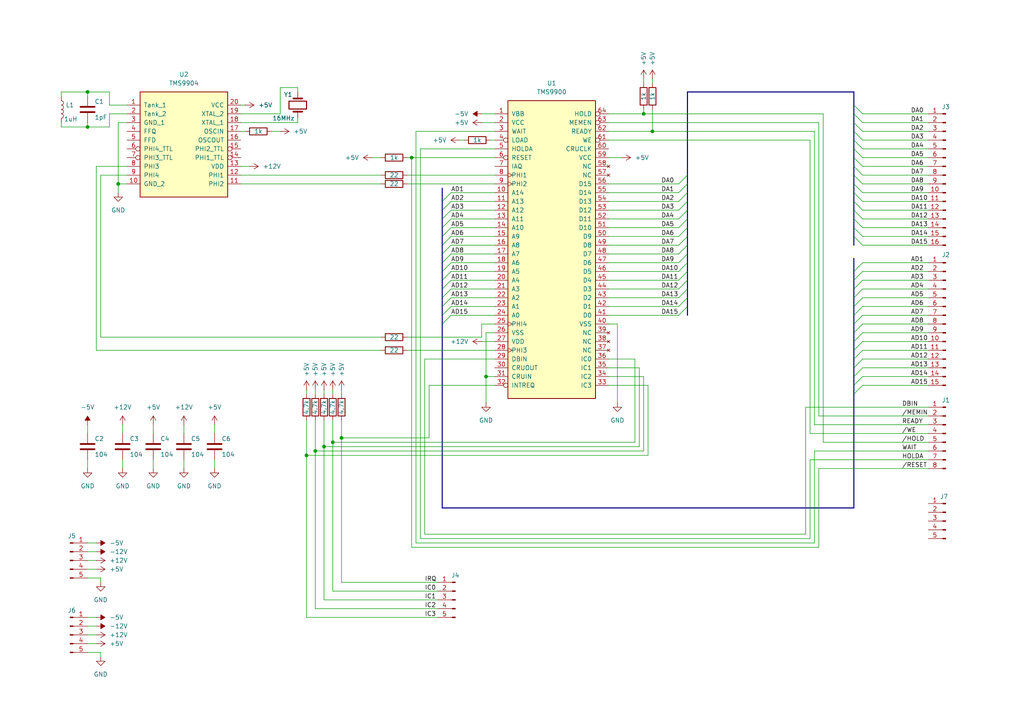
<source format=kicad_sch>
(kicad_sch (version 20250114) (generator "eeschema") (generator_version "9.0")
  (paper "A4")
  (lib_symbols
    (symbol "Connector:Conn_01x05_Pin" (pin_names (offset 1.016) (hide yes))
      (property "Reference" "J" (at 0 7.62 0))
      (property "Value" "Conn_01x05_Pin" (at 0 -7.62 0))
      (symbol "Conn_01x05_Pin_1_1"
        (pin passive line (at 5.08 5.08 180) (length 3.81) (name "Pin_1") (number "1"))
        (pin passive line (at 5.08 2.54 180) (length 3.81) (name "Pin_2") (number "2"))
        (pin passive line (at 5.08 0 180) (length 3.81) (name "Pin_3") (number "3"))
        (pin passive line (at 5.08 -2.54 180) (length 3.81) (name "Pin_4") (number "4"))
        (pin passive line (at 5.08 -5.08 180) (length 3.81) (name "Pin_5") (number "5"))
      )
    )
    (symbol "Connector:Conn_01x08_Pin" (pin_names (offset 1.016) (hide yes))
      (property "Reference" "J" (at 0 10.16 0))
      (property "Value" "Conn_01x08_Pin" (at 0 -12.7 0))
      (symbol "Conn_01x08_Pin_1_1"
        (pin passive line (at 5.08 7.62 180) (length 3.81) (name "Pin_1") (number "1"))
        (pin passive line (at 5.08 5.08 180) (length 3.81) (name "Pin_2") (number "2"))
        (pin passive line (at 5.08 2.54 180) (length 3.81) (name "Pin_3") (number "3"))
        (pin passive line (at 5.08 0 180) (length 3.81) (name "Pin_4") (number "4"))
        (pin passive line (at 5.08 -2.54 180) (length 3.81) (name "Pin_5") (number "5"))
        (pin passive line (at 5.08 -5.08 180) (length 3.81) (name "Pin_6") (number "6"))
        (pin passive line (at 5.08 -7.62 180) (length 3.81) (name "Pin_7") (number "7"))
        (pin passive line (at 5.08 -10.16 180) (length 3.81) (name "Pin_8") (number "8"))
      )
    )
    (symbol "Connector:Conn_01x15_Pin" (pin_names (offset 1.016) (hide yes))
      (property "Reference" "J" (at 0 20.32 0))
      (property "Value" "Conn_01x15_Pin" (at 0 -20.32 0))
      (symbol "Conn_01x15_Pin_1_1"
        (pin passive line (at 5.08 17.78 180) (length 3.81) (name "Pin_1") (number "1"))
        (pin passive line (at 5.08 15.24 180) (length 3.81) (name "Pin_2") (number "2"))
        (pin passive line (at 5.08 12.7 180) (length 3.81) (name "Pin_3") (number "3"))
        (pin passive line (at 5.08 10.16 180) (length 3.81) (name "Pin_4") (number "4"))
        (pin passive line (at 5.08 7.62 180) (length 3.81) (name "Pin_5") (number "5"))
        (pin passive line (at 5.08 5.08 180) (length 3.81) (name "Pin_6") (number "6"))
        (pin passive line (at 5.08 2.54 180) (length 3.81) (name "Pin_7") (number "7"))
        (pin passive line (at 5.08 0 180) (length 3.81) (name "Pin_8") (number "8"))
        (pin passive line (at 5.08 -2.54 180) (length 3.81) (name "Pin_9") (number "9"))
        (pin passive line (at 5.08 -5.08 180) (length 3.81) (name "Pin_10") (number "10"))
        (pin passive line (at 5.08 -7.62 180) (length 3.81) (name "Pin_11") (number "11"))
        (pin passive line (at 5.08 -10.16 180) (length 3.81) (name "Pin_12") (number "12"))
        (pin passive line (at 5.08 -12.7 180) (length 3.81) (name "Pin_13") (number "13"))
        (pin passive line (at 5.08 -15.24 180) (length 3.81) (name "Pin_14") (number "14"))
        (pin passive line (at 5.08 -17.78 180) (length 3.81) (name "Pin_15") (number "15"))
      )
    )
    (symbol "Connector:Conn_01x16_Pin" (pin_names (offset 1.016) (hide yes))
      (property "Reference" "J" (at 0 20.32 0))
      (property "Value" "Conn_01x16_Pin" (at 0 -22.86 0))
      (symbol "Conn_01x16_Pin_1_1"
        (pin passive line (at 5.08 17.78 180) (length 3.81) (name "Pin_1") (number "1"))
        (pin passive line (at 5.08 15.24 180) (length 3.81) (name "Pin_2") (number "2"))
        (pin passive line (at 5.08 12.7 180) (length 3.81) (name "Pin_3") (number "3"))
        (pin passive line (at 5.08 10.16 180) (length 3.81) (name "Pin_4") (number "4"))
        (pin passive line (at 5.08 7.62 180) (length 3.81) (name "Pin_5") (number "5"))
        (pin passive line (at 5.08 5.08 180) (length 3.81) (name "Pin_6") (number "6"))
        (pin passive line (at 5.08 2.54 180) (length 3.81) (name "Pin_7") (number "7"))
        (pin passive line (at 5.08 0 180) (length 3.81) (name "Pin_8") (number "8"))
        (pin passive line (at 5.08 -2.54 180) (length 3.81) (name "Pin_9") (number "9"))
        (pin passive line (at 5.08 -5.08 180) (length 3.81) (name "Pin_10") (number "10"))
        (pin passive line (at 5.08 -7.62 180) (length 3.81) (name "Pin_11") (number "11"))
        (pin passive line (at 5.08 -10.16 180) (length 3.81) (name "Pin_12") (number "12"))
        (pin passive line (at 5.08 -12.7 180) (length 3.81) (name "Pin_13") (number "13"))
        (pin passive line (at 5.08 -15.24 180) (length 3.81) (name "Pin_14") (number "14"))
        (pin passive line (at 5.08 -17.78 180) (length 3.81) (name "Pin_15") (number "15"))
        (pin passive line (at 5.08 -20.32 180) (length 3.81) (name "Pin_16") (number "16"))
      )
    )
    (symbol "Device:C" (pin_numbers (hide yes)) (pin_names (offset 0.254))
      (property "Reference" "C" (at 0.635 2.54 0))
      (property "Value" "C" (at 0.635 -2.54 0))
      (symbol "C_1_1"
        (pin passive line (at 0 3.81 270) (length 2.794) (name "~") (number "1"))
        (pin passive line (at 0 -3.81 90) (length 2.794) (name "~") (number "2"))
      )
    )
    (symbol "Device:Crystal" (pin_numbers (hide yes)) (pin_names (offset 1.016) (hide yes))
      (property "Reference" "Y" (at 0 3.81 0))
      (property "Value" "Crystal" (at 0 -3.81 0))
      (symbol "Crystal_1_1"
        (pin passive line (at -3.81 0 0) (length 1.27) (name "1") (number "1"))
        (pin passive line (at 3.81 0 180) (length 1.27) (name "2") (number "2"))
      )
    )
    (symbol "Device:L" (pin_numbers (hide yes)) (pin_names (offset 1.016) (hide yes))
      (property "Reference" "L" (at -1.27 0 90))
      (property "Value" "L" (at 1.905 0 90))
      (symbol "L_1_1"
        (pin passive line (at 0 3.81 270) (length 1.27) (name "1") (number "1"))
        (pin passive line (at 0 -3.81 90) (length 1.27) (name "2") (number "2"))
      )
    )
    (symbol "Device:R" (pin_numbers (hide yes)) (pin_names (offset 0))
      (property "Reference" "R" (at 2.032 0 90))
      (property "Value" "R" (at 0 0 90))
      (symbol "R_1_1"
        (pin passive line (at 0 3.81 270) (length 1.27) (name "~") (number "1"))
        (pin passive line (at 0 -3.81 90) (length 1.27) (name "~") (number "2"))
      )
    )
    (symbol "User:TMS9900" (pin_names (offset 1.016))
      (property "Reference" "U" (at -12.192 66.294 0))
      (property "Value" "TMS9900" (at 4.064 66.294 0))
      (symbol "TMS9900_1_1"
        (pin power_in line (at -16.51 60.96 0) (length 3.81) (name "VBB") (number "1"))
        (pin power_in line (at -16.51 58.42 0) (length 3.81) (name "VCC") (number "2"))
        (pin output line (at -16.51 55.88 0) (length 3.81) (name "WAIT") (number "3"))
        (pin input inverted (at -16.51 53.34 0) (length 3.81) (name "LOAD") (number "4"))
        (pin output line (at -16.51 50.8 0) (length 3.81) (name "HOLDA") (number "5"))
        (pin input inverted (at -16.51 48.26 0) (length 3.81) (name "RESET") (number "6"))
        (pin output line (at -16.51 45.72 0) (length 3.81) (name "IAQ") (number "7"))
        (pin input clock (at -16.51 43.18 0) (length 3.81) (name "PHI1") (number "8"))
        (pin input clock (at -16.51 40.64 0) (length 3.81) (name "PHI2") (number "9"))
        (pin bidirectional line (at -16.51 38.1 0) (length 3.81) (name "A14") (number "10"))
        (pin bidirectional line (at -16.51 35.56 0) (length 3.81) (name "A13") (number "11"))
        (pin bidirectional line (at -16.51 33.02 0) (length 3.81) (name "A12") (number "12"))
        (pin bidirectional line (at -16.51 30.48 0) (length 3.81) (name "A11") (number "13"))
        (pin bidirectional line (at -16.51 27.94 0) (length 3.81) (name "A10") (number "14"))
        (pin bidirectional line (at -16.51 25.4 0) (length 3.81) (name "A9") (number "15"))
        (pin bidirectional line (at -16.51 22.86 0) (length 3.81) (name "A8") (number "16"))
        (pin bidirectional line (at -16.51 20.32 0) (length 3.81) (name "A7") (number "17"))
        (pin bidirectional line (at -16.51 17.78 0) (length 3.81) (name "A6") (number "18"))
        (pin bidirectional line (at -16.51 15.24 0) (length 3.81) (name "A5") (number "19"))
        (pin bidirectional line (at -16.51 12.7 0) (length 3.81) (name "A4") (number "20"))
        (pin bidirectional line (at -16.51 10.16 0) (length 3.81) (name "A3") (number "21"))
        (pin bidirectional line (at -16.51 7.62 0) (length 3.81) (name "A2") (number "22"))
        (pin bidirectional line (at -16.51 5.08 0) (length 3.81) (name "A1") (number "23"))
        (pin bidirectional line (at -16.51 2.54 0) (length 3.81) (name "A0") (number "24"))
        (pin input clock (at -16.51 0 0) (length 3.81) (name "PHI4") (number "25"))
        (pin power_in line (at -16.51 -2.54 0) (length 3.81) (name "VSS") (number "26"))
        (pin power_in line (at -16.51 -5.08 0) (length 3.81) (name "VDD") (number "27"))
        (pin input clock (at -16.51 -7.62 0) (length 3.81) (name "PHI3") (number "28"))
        (pin output line (at -16.51 -10.16 0) (length 3.81) (name "DBIN") (number "29"))
        (pin output line (at -16.51 -12.7 0) (length 3.81) (name "CRUOUT") (number "30"))
        (pin input line (at -16.51 -15.24 0) (length 3.81) (name "CRUIN") (number "31"))
        (pin input inverted (at -16.51 -17.78 0) (length 3.81) (name "INTREQ") (number "32"))
        (pin input inverted (at 16.51 60.96 180) (length 3.81) (name "HOLD") (number "64"))
        (pin output inverted (at 16.51 58.42 180) (length 3.81) (name "MEMEN") (number "63"))
        (pin input line (at 16.51 55.88 180) (length 3.81) (name "READY") (number "62"))
        (pin output inverted (at 16.51 53.34 180) (length 3.81) (name "WE") (number "61"))
        (pin output line (at 16.51 50.8 180) (length 3.81) (name "CRUCLK") (number "60"))
        (pin power_in line (at 16.51 48.26 180) (length 3.81) (name "VCC") (number "59"))
        (pin no_connect line (at 16.51 45.72 180) (length 3.81) (name "NC") (number "58"))
        (pin no_connect line (at 16.51 43.18 180) (length 3.81) (name "NC") (number "57"))
        (pin passive line (at 16.51 40.64 180) (length 3.81) (name "D15") (number "56"))
        (pin bidirectional line (at 16.51 38.1 180) (length 3.81) (name "D14") (number "55"))
        (pin power_in line (at 16.51 35.56 180) (length 3.81) (name "D13") (number "54"))
        (pin power_in line (at 16.51 33.02 180) (length 3.81) (name "D12") (number "53"))
        (pin bidirectional line (at 16.51 30.48 180) (length 3.81) (name "D11") (number "52"))
        (pin bidirectional line (at 16.51 27.94 180) (length 3.81) (name "D10") (number "51"))
        (pin bidirectional line (at 16.51 25.4 180) (length 3.81) (name "D9") (number "50"))
        (pin bidirectional line (at 16.51 22.86 180) (length 3.81) (name "D8") (number "49"))
        (pin bidirectional line (at 16.51 20.32 180) (length 3.81) (name "D7") (number "48"))
        (pin power_in line (at 16.51 17.78 180) (length 3.81) (name "D6") (number "47"))
        (pin power_in line (at 16.51 15.24 180) (length 3.81) (name "D5") (number "46"))
        (pin bidirectional line (at 16.51 12.7 180) (length 3.81) (name "D4") (number "45"))
        (pin bidirectional line (at 16.51 10.16 180) (length 3.81) (name "D3") (number "44"))
        (pin bidirectional line (at 16.51 7.62 180) (length 3.81) (name "D2") (number "43"))
        (pin bidirectional line (at 16.51 5.08 180) (length 3.81) (name "D1") (number "42"))
        (pin bidirectional line (at 16.51 2.54 180) (length 3.81) (name "D0") (number "41"))
        (pin power_in line (at 16.51 0 180) (length 3.81) (name "VSS") (number "40"))
        (pin no_connect line (at 16.51 -2.54 180) (length 3.81) (name "NC") (number "39"))
        (pin no_connect line (at 16.51 -5.08 180) (length 3.81) (name "NC") (number "38"))
        (pin no_connect line (at 16.51 -7.62 180) (length 3.81) (name "NC") (number "37"))
        (pin input line (at 16.51 -10.16 180) (length 3.81) (name "IC0") (number "36"))
        (pin input line (at 16.51 -12.7 180) (length 3.81) (name "IC1") (number "35"))
        (pin input line (at 16.51 -15.24 180) (length 3.81) (name "IC2") (number "34"))
        (pin input line (at 16.51 -17.78 180) (length 3.81) (name "IC3") (number "33"))
      )
    )
    (symbol "User:TMS9904" (pin_names (offset 1.016))
      (property "Reference" "U" (at -12.192 66.294 0))
      (property "Value" "TMS9904" (at 4.064 66.294 0))
      (symbol "TMS9904_1_1"
        (pin input line (at -16.51 60.96 0) (length 3.81) (name "Tank_1") (number "1"))
        (pin input line (at -16.51 58.42 0) (length 3.81) (name "Tank_2") (number "2"))
        (pin power_in line (at -16.51 55.88 0) (length 3.81) (name "GND_1") (number "3"))
        (pin output line (at -16.51 53.34 0) (length 3.81) (name "FFQ") (number "4"))
        (pin input line (at -16.51 50.8 0) (length 3.81) (name "FFD") (number "5"))
        (pin output inverted (at -16.51 48.26 0) (length 3.81) (name "PHI4_TTL") (number "6"))
        (pin output inverted (at -16.51 45.72 0) (length 3.81) (name "PHI3_TTL") (number "7"))
        (pin output line (at -16.51 43.18 0) (length 3.81) (name "PHI3") (number "8"))
        (pin output line (at -16.51 40.64 0) (length 3.81) (name "PHI4") (number "9"))
        (pin power_in line (at -16.51 38.1 0) (length 3.81) (name "GND_2") (number "10"))
        (pin power_in line (at 16.51 60.96 180) (length 3.81) (name "VCC") (number "20"))
        (pin input line (at 16.51 58.42 180) (length 3.81) (name "XTAL_2") (number "19"))
        (pin input line (at 16.51 55.88 180) (length 3.81) (name "XTAL_1") (number "18"))
        (pin input line (at 16.51 53.34 180) (length 3.81) (name "OSCIN") (number "17"))
        (pin output line (at 16.51 50.8 180) (length 3.81) (name "OSCOUT") (number "16"))
        (pin output inverted (at 16.51 48.26 180) (length 3.81) (name "PHI2_TTL") (number "15"))
        (pin output inverted (at 16.51 45.72 180) (length 3.81) (name "PHI1_TTL") (number "14"))
        (pin power_in line (at 16.51 43.18 180) (length 3.81) (name "VDD") (number "13"))
        (pin output line (at 16.51 40.64 180) (length 3.81) (name "PHI1") (number "12"))
        (pin output line (at 16.51 38.1 180) (length 3.81) (name "PHI2") (number "11"))
      )
    )
    (symbol "power:+12V" (power) (pin_numbers (hide yes)) (pin_names (offset 0) (hide yes))
      (property "Value" "+12V" (at 0 3.556 0))
      (symbol "+12V_1_1"
        (pin power_in line (at 0 0 90) (length 0) (name "~") (number "1"))
      )
    )
    (symbol "power:+5V" (power) (pin_numbers (hide yes)) (pin_names (offset 0) (hide yes))
      (property "Value" "+5V" (at 0 3.556 0))
      (symbol "+5V_1_1"
        (pin power_in line (at 0 0 90) (length 0) (name "~") (number "1"))
      )
    )
    (symbol "power:-12V" (power) (pin_numbers (hide yes)) (pin_names (offset 0) (hide yes))
      (property "Value" "-12V" (at 0 3.556 0))
      (symbol "-12V_0_0"
        (pin power_in line (at 0 0 90) (length 0) (name "~") (number "1"))
      )
    )
    (symbol "power:-5V" (power) (pin_numbers (hide yes)) (pin_names (offset 0) (hide yes))
      (property "Value" "-5V" (at 0 3.556 0))
      (symbol "-5V_0_0"
        (pin power_in line (at 0 0 90) (length 0) (name "~") (number "1"))
      )
    )
    (symbol "power:GND" (power) (pin_numbers (hide yes)) (pin_names (offset 0) (hide yes))
      (property "Value" "GND" (at 0 -3.81 0))
      (symbol "GND_1_1"
        (pin power_in line (at 0 0 270) (length 0) (name "~") (number "1"))
      )
    )
  )
  (junction (at 189.23 38.1))
  (junction (at 93.98 129.54))
  (junction (at 91.44 130.81))
  (junction (at 25.4 36.83))
  (junction (at 96.52 128.27))
  (junction (at 88.9 132.08))
  (junction (at 34.29 53.34))
  (junction (at 186.69 33.02))
  (junction (at 25.4 26.67))
  (junction (at 119.38 45.72))
  (junction (at 140.97 109.22))
  (junction (at 99.06 127))
  (bus_entry (at 247.65 109.22) (size 2.54 -2.54))
  (bus_entry (at 128.27 71.12) (size 2.54 -2.54))
  (bus_entry (at 128.27 83.82) (size 2.54 -2.54))
  (bus_entry (at 128.27 73.66) (size 2.54 -2.54))
  (bus_entry (at 196.85 76.2) (size 2.54 -2.54))
  (bus_entry (at 196.85 60.96) (size 2.54 -2.54))
  (bus_entry (at 247.65 58.42) (size 2.54 2.54))
  (bus_entry (at 247.65 53.34) (size 2.54 2.54))
  (bus_entry (at 196.85 88.9) (size 2.54 -2.54))
  (bus_entry (at 247.65 35.56) (size 2.54 2.54))
  (bus_entry (at 247.65 111.76) (size 2.54 -2.54))
  (bus_entry (at 128.27 91.44) (size 2.54 -2.54))
  (bus_entry (at 128.27 66.04) (size 2.54 -2.54))
  (bus_entry (at 196.85 78.74) (size 2.54 -2.54))
  (bus_entry (at 196.85 63.5) (size 2.54 -2.54))
  (bus_entry (at 247.65 30.48) (size 2.54 2.54))
  (bus_entry (at 196.85 83.82) (size 2.54 -2.54))
  (bus_entry (at 128.27 60.96) (size 2.54 -2.54))
  (bus_entry (at 247.65 50.8) (size 2.54 2.54))
  (bus_entry (at 128.27 68.58) (size 2.54 -2.54))
  (bus_entry (at 196.85 71.12) (size 2.54 -2.54))
  (bus_entry (at 247.65 38.1) (size 2.54 2.54))
  (bus_entry (at 128.27 86.36) (size 2.54 -2.54))
  (bus_entry (at 247.65 66.04) (size 2.54 2.54))
  (bus_entry (at 196.85 81.28) (size 2.54 -2.54))
  (bus_entry (at 247.65 104.14) (size 2.54 -2.54))
  (bus_entry (at 247.65 68.58) (size 2.54 2.54))
  (bus_entry (at 247.65 33.02) (size 2.54 2.54))
  (bus_entry (at 247.65 81.28) (size 2.54 -2.54))
  (bus_entry (at 247.65 114.3) (size 2.54 -2.54))
  (bus_entry (at 247.65 101.6) (size 2.54 -2.54))
  (bus_entry (at 128.27 93.98) (size 2.54 -2.54))
  (bus_entry (at 247.65 83.82) (size 2.54 -2.54))
  (bus_entry (at 196.85 91.44) (size 2.54 -2.54))
  (bus_entry (at 196.85 58.42) (size 2.54 -2.54))
  (bus_entry (at 247.65 99.06) (size 2.54 -2.54))
  (bus_entry (at 247.65 48.26) (size 2.54 2.54))
  (bus_entry (at 247.65 55.88) (size 2.54 2.54))
  (bus_entry (at 247.65 86.36) (size 2.54 -2.54))
  (bus_entry (at 128.27 76.2) (size 2.54 -2.54))
  (bus_entry (at 247.65 106.68) (size 2.54 -2.54))
  (bus_entry (at 128.27 58.42) (size 2.54 -2.54))
  (bus_entry (at 247.65 40.64) (size 2.54 2.54))
  (bus_entry (at 247.65 43.18) (size 2.54 2.54))
  (bus_entry (at 128.27 81.28) (size 2.54 -2.54))
  (bus_entry (at 247.65 88.9) (size 2.54 -2.54))
  (bus_entry (at 247.65 45.72) (size 2.54 2.54))
  (bus_entry (at 128.27 63.5) (size 2.54 -2.54))
  (bus_entry (at 128.27 88.9) (size 2.54 -2.54))
  (bus_entry (at 196.85 66.04) (size 2.54 -2.54))
  (bus_entry (at 247.65 93.98) (size 2.54 -2.54))
  (bus_entry (at 247.65 63.5) (size 2.54 2.54))
  (bus_entry (at 247.65 91.44) (size 2.54 -2.54))
  (bus_entry (at 196.85 73.66) (size 2.54 -2.54))
  (bus_entry (at 196.85 68.58) (size 2.54 -2.54))
  (bus_entry (at 247.65 60.96) (size 2.54 2.54))
  (bus_entry (at 196.85 53.34) (size 2.54 -2.54))
  (bus_entry (at 196.85 55.88) (size 2.54 -2.54))
  (bus_entry (at 247.65 96.52) (size 2.54 -2.54))
  (bus_entry (at 196.85 86.36) (size 2.54 -2.54))
  (bus_entry (at 128.27 78.74) (size 2.54 -2.54))
  (bus_entry (at 247.65 78.74) (size 2.54 -2.54))
  (wire (pts (xy 250.19 60.96) (xy 269.24 60.96)))
  (wire (pts (xy 143.51 43.18) (xy 121.92 43.18)))
  (wire (pts (xy 130.81 55.88) (xy 143.51 55.88)))
  (wire (pts (xy 250.19 40.64) (xy 269.24 40.64)))
  (wire (pts (xy 250.19 99.06) (xy 269.24 99.06)))
  (wire (pts (xy 250.19 78.74) (xy 269.24 78.74)))
  (bus (pts (xy 128.27 71.12) (xy 128.27 73.66)))
  (wire (pts (xy 237.49 158.75) (xy 237.49 135.89)))
  (bus (pts (xy 247.65 68.58) (xy 247.65 71.12)))
  (wire (pts (xy 179.07 93.98) (xy 176.53 93.98)))
  (wire (pts (xy 185.42 129.54) (xy 185.42 106.68)))
  (bus (pts (xy 247.65 88.9) (xy 247.65 91.44)))
  (bus (pts (xy 247.65 43.18) (xy 247.65 45.72)))
  (wire (pts (xy 250.19 48.26) (xy 269.24 48.26)))
  (wire (pts (xy 250.19 81.28) (xy 269.24 81.28)))
  (wire (pts (xy 176.53 68.58) (xy 196.85 68.58)))
  (bus (pts (xy 247.65 96.52) (xy 247.65 99.06)))
  (bus (pts (xy 128.27 83.82) (xy 128.27 86.36)))
  (wire (pts (xy 127 173.99) (xy 93.98 173.99)))
  (wire (pts (xy 236.22 38.1) (xy 189.23 38.1)))
  (wire (pts (xy 133.35 40.64) (xy 134.62 40.64)))
  (wire (pts (xy 25.4 26.67) (xy 17.78 26.67)))
  (wire (pts (xy 69.85 35.56) (xy 86.36 35.56)))
  (wire (pts (xy 29.21 168.91) (xy 29.21 167.64)))
  (wire (pts (xy 36.83 50.8) (xy 29.21 50.8)))
  (wire (pts (xy 53.34 123.19) (xy 53.34 125.73)))
  (bus (pts (xy 199.39 73.66) (xy 199.39 71.12)))
  (wire (pts (xy 34.29 35.56) (xy 34.29 53.34)))
  (wire (pts (xy 236.22 123.19) (xy 236.22 38.1)))
  (wire (pts (xy 269.24 123.19) (xy 236.22 123.19)))
  (wire (pts (xy 29.21 97.79) (xy 110.49 97.79)))
  (bus (pts (xy 199.39 63.5) (xy 199.39 60.96)))
  (wire (pts (xy 25.4 157.48) (xy 27.94 157.48)))
  (bus (pts (xy 199.39 88.9) (xy 199.39 86.36)))
  (wire (pts (xy 96.52 128.27) (xy 184.15 128.27)))
  (wire (pts (xy 120.65 38.1) (xy 120.65 157.48)))
  (wire (pts (xy 130.81 71.12) (xy 143.51 71.12)))
  (bus (pts (xy 128.27 88.9) (xy 128.27 91.44)))
  (wire (pts (xy 36.83 35.56) (xy 34.29 35.56)))
  (bus (pts (xy 247.65 38.1) (xy 247.65 40.64)))
  (bus (pts (xy 247.65 91.44) (xy 247.65 93.98)))
  (wire (pts (xy 99.06 168.91) (xy 99.06 127)))
  (bus (pts (xy 247.65 111.76) (xy 247.65 114.3)))
  (wire (pts (xy 124.46 111.76) (xy 124.46 127)))
  (wire (pts (xy 25.4 160.02) (xy 27.94 160.02)))
  (wire (pts (xy 36.83 30.48) (xy 31.75 30.48)))
  (wire (pts (xy 250.19 43.18) (xy 269.24 43.18)))
  (wire (pts (xy 118.11 101.6) (xy 143.51 101.6)))
  (wire (pts (xy 25.4 133.35) (xy 25.4 135.89)))
  (wire (pts (xy 189.23 31.75) (xy 189.23 38.1)))
  (wire (pts (xy 130.81 83.82) (xy 143.51 83.82)))
  (wire (pts (xy 130.81 66.04) (xy 143.51 66.04)))
  (wire (pts (xy 250.19 66.04) (xy 269.24 66.04)))
  (wire (pts (xy 25.4 181.61) (xy 27.94 181.61)))
  (wire (pts (xy 130.81 58.42) (xy 143.51 58.42)))
  (wire (pts (xy 31.75 30.48) (xy 31.75 26.67)))
  (wire (pts (xy 96.52 171.45) (xy 96.52 128.27)))
  (wire (pts (xy 96.52 121.92) (xy 96.52 128.27)))
  (wire (pts (xy 250.19 83.82) (xy 269.24 83.82)))
  (wire (pts (xy 93.98 173.99) (xy 93.98 129.54)))
  (wire (pts (xy 25.4 27.94) (xy 25.4 26.67)))
  (wire (pts (xy 25.4 186.69) (xy 27.94 186.69)))
  (bus (pts (xy 199.39 55.88) (xy 199.39 53.34)))
  (bus (pts (xy 247.65 30.48) (xy 247.65 33.02)))
  (wire (pts (xy 62.23 123.19) (xy 62.23 125.73)))
  (bus (pts (xy 247.65 74.93) (xy 247.65 78.74)))
  (wire (pts (xy 31.75 26.67) (xy 25.4 26.67)))
  (bus (pts (xy 199.39 53.34) (xy 199.39 50.8)))
  (wire (pts (xy 121.92 43.18) (xy 121.92 156.21)))
  (bus (pts (xy 247.65 60.96) (xy 247.65 63.5)))
  (wire (pts (xy 119.38 158.75) (xy 237.49 158.75)))
  (wire (pts (xy 29.21 50.8) (xy 29.21 97.79)))
  (wire (pts (xy 124.46 127) (xy 99.06 127)))
  (wire (pts (xy 127 171.45) (xy 96.52 171.45)))
  (wire (pts (xy 234.95 40.64) (xy 234.95 125.73)))
  (wire (pts (xy 143.51 38.1) (xy 120.65 38.1)))
  (wire (pts (xy 99.06 113.03) (xy 99.06 114.3)))
  (wire (pts (xy 123.19 104.14) (xy 123.19 154.94)))
  (wire (pts (xy 25.4 162.56) (xy 27.94 162.56)))
  (bus (pts (xy 199.39 50.8) (xy 199.39 26.67)))
  (bus (pts (xy 128.27 58.42) (xy 128.27 60.96)))
  (bus (pts (xy 247.65 78.74) (xy 247.65 81.28)))
  (wire (pts (xy 86.36 35.56) (xy 86.36 34.29)))
  (wire (pts (xy 250.19 106.68) (xy 269.24 106.68)))
  (wire (pts (xy 189.23 38.1) (xy 176.53 38.1)))
  (bus (pts (xy 128.27 76.2) (xy 128.27 78.74)))
  (bus (pts (xy 128.27 73.66) (xy 128.27 76.2)))
  (wire (pts (xy 186.69 109.22) (xy 176.53 109.22)))
  (bus (pts (xy 247.65 66.04) (xy 247.65 68.58)))
  (bus (pts (xy 247.65 50.8) (xy 247.65 53.34)))
  (wire (pts (xy 176.53 33.02) (xy 186.69 33.02)))
  (bus (pts (xy 247.65 35.56) (xy 247.65 38.1)))
  (wire (pts (xy 269.24 128.27) (xy 238.76 128.27)))
  (wire (pts (xy 71.12 30.48) (xy 69.85 30.48)))
  (bus (pts (xy 199.39 76.2) (xy 199.39 73.66)))
  (wire (pts (xy 176.53 63.5) (xy 196.85 63.5)))
  (bus (pts (xy 128.27 78.74) (xy 128.27 81.28)))
  (bus (pts (xy 247.65 104.14) (xy 247.65 106.68)))
  (wire (pts (xy 17.78 35.56) (xy 17.78 36.83)))
  (wire (pts (xy 236.22 157.48) (xy 236.22 130.81)))
  (bus (pts (xy 247.65 63.5) (xy 247.65 66.04)))
  (bus (pts (xy 128.27 60.96) (xy 128.27 63.5)))
  (wire (pts (xy 88.9 113.03) (xy 88.9 114.3)))
  (wire (pts (xy 91.44 121.92) (xy 91.44 130.81)))
  (wire (pts (xy 250.19 86.36) (xy 269.24 86.36)))
  (wire (pts (xy 176.53 73.66) (xy 196.85 73.66)))
  (wire (pts (xy 121.92 156.21) (xy 234.95 156.21)))
  (bus (pts (xy 199.39 78.74) (xy 199.39 76.2)))
  (wire (pts (xy 140.97 96.52) (xy 140.97 109.22)))
  (bus (pts (xy 247.65 58.42) (xy 247.65 60.96)))
  (bus (pts (xy 247.65 45.72) (xy 247.65 48.26)))
  (wire (pts (xy 250.19 50.8) (xy 269.24 50.8)))
  (wire (pts (xy 25.4 179.07) (xy 27.94 179.07)))
  (wire (pts (xy 176.53 71.12) (xy 196.85 71.12)))
  (wire (pts (xy 25.4 184.15) (xy 27.94 184.15)))
  (bus (pts (xy 247.65 53.34) (xy 247.65 55.88)))
  (wire (pts (xy 119.38 45.72) (xy 119.38 158.75)))
  (wire (pts (xy 91.44 130.81) (xy 186.69 130.81)))
  (wire (pts (xy 99.06 121.92) (xy 99.06 127)))
  (wire (pts (xy 93.98 113.03) (xy 93.98 114.3)))
  (wire (pts (xy 184.15 104.14) (xy 176.53 104.14)))
  (wire (pts (xy 143.51 104.14) (xy 123.19 104.14)))
  (wire (pts (xy 233.68 118.11) (xy 269.24 118.11)))
  (bus (pts (xy 247.65 86.36) (xy 247.65 88.9)))
  (wire (pts (xy 176.53 76.2) (xy 196.85 76.2)))
  (wire (pts (xy 139.7 97.79) (xy 139.7 93.98)))
  (bus (pts (xy 247.65 101.6) (xy 247.65 104.14)))
  (wire (pts (xy 250.19 63.5) (xy 269.24 63.5)))
  (wire (pts (xy 250.19 71.12) (xy 269.24 71.12)))
  (wire (pts (xy 96.52 113.03) (xy 96.52 114.3)))
  (wire (pts (xy 130.81 68.58) (xy 143.51 68.58)))
  (wire (pts (xy 237.49 120.65) (xy 269.24 120.65)))
  (wire (pts (xy 29.21 190.5) (xy 29.21 189.23)))
  (wire (pts (xy 250.19 55.88) (xy 269.24 55.88)))
  (bus (pts (xy 128.27 63.5) (xy 128.27 66.04)))
  (bus (pts (xy 128.27 68.58) (xy 128.27 71.12)))
  (bus (pts (xy 247.65 83.82) (xy 247.65 86.36)))
  (bus (pts (xy 247.65 109.22) (xy 247.65 111.76)))
  (wire (pts (xy 250.19 109.22) (xy 269.24 109.22)))
  (wire (pts (xy 233.68 154.94) (xy 233.68 118.11)))
  (bus (pts (xy 247.65 114.3) (xy 247.65 147.32)))
  (wire (pts (xy 176.53 81.28) (xy 196.85 81.28)))
  (bus (pts (xy 199.39 86.36) (xy 199.39 83.82)))
  (wire (pts (xy 186.69 130.81) (xy 186.69 109.22)))
  (wire (pts (xy 140.97 109.22) (xy 140.97 116.84)))
  (bus (pts (xy 247.65 26.67) (xy 247.65 30.48)))
  (wire (pts (xy 34.29 53.34) (xy 34.29 55.88)))
  (wire (pts (xy 31.75 36.83) (xy 25.4 36.83)))
  (bus (pts (xy 199.39 81.28) (xy 199.39 78.74)))
  (wire (pts (xy 25.4 36.83) (xy 25.4 35.56)))
  (wire (pts (xy 187.96 111.76) (xy 187.96 132.08)))
  (wire (pts (xy 29.21 189.23) (xy 25.4 189.23)))
  (wire (pts (xy 81.28 25.4) (xy 81.28 33.02)))
  (wire (pts (xy 130.81 91.44) (xy 143.51 91.44)))
  (bus (pts (xy 247.65 33.02) (xy 247.65 35.56)))
  (wire (pts (xy 86.36 26.67) (xy 86.36 25.4)))
  (bus (pts (xy 128.27 81.28) (xy 128.27 83.82)))
  (wire (pts (xy 130.81 78.74) (xy 143.51 78.74)))
  (wire (pts (xy 25.4 165.1) (xy 27.94 165.1)))
  (wire (pts (xy 176.53 60.96) (xy 196.85 60.96)))
  (wire (pts (xy 118.11 97.79) (xy 139.7 97.79)))
  (wire (pts (xy 250.19 88.9) (xy 269.24 88.9)))
  (wire (pts (xy 234.95 125.73) (xy 269.24 125.73)))
  (wire (pts (xy 139.7 99.06) (xy 143.51 99.06)))
  (wire (pts (xy 127 168.91) (xy 99.06 168.91)))
  (wire (pts (xy 139.7 93.98) (xy 143.51 93.98)))
  (wire (pts (xy 127 176.53) (xy 91.44 176.53)))
  (wire (pts (xy 250.19 101.6) (xy 269.24 101.6)))
  (bus (pts (xy 128.27 86.36) (xy 128.27 88.9)))
  (wire (pts (xy 142.24 40.64) (xy 143.51 40.64)))
  (wire (pts (xy 53.34 133.35) (xy 53.34 135.89)))
  (wire (pts (xy 35.56 123.19) (xy 35.56 125.73)))
  (wire (pts (xy 130.81 63.5) (xy 143.51 63.5)))
  (wire (pts (xy 91.44 113.03) (xy 91.44 114.3)))
  (wire (pts (xy 86.36 25.4) (xy 81.28 25.4)))
  (wire (pts (xy 107.95 45.72) (xy 110.49 45.72)))
  (bus (pts (xy 247.65 81.28) (xy 247.65 83.82)))
  (wire (pts (xy 130.81 81.28) (xy 143.51 81.28)))
  (wire (pts (xy 93.98 129.54) (xy 185.42 129.54)))
  (bus (pts (xy 128.27 66.04) (xy 128.27 68.58)))
  (wire (pts (xy 27.94 101.6) (xy 27.94 48.26)))
  (wire (pts (xy 250.19 35.56) (xy 269.24 35.56)))
  (wire (pts (xy 176.53 111.76) (xy 187.96 111.76)))
  (wire (pts (xy 250.19 58.42) (xy 269.24 58.42)))
  (wire (pts (xy 186.69 22.86) (xy 186.69 24.13)))
  (wire (pts (xy 25.4 123.19) (xy 25.4 125.73)))
  (wire (pts (xy 176.53 83.82) (xy 196.85 83.82)))
  (wire (pts (xy 140.97 109.22) (xy 143.51 109.22)))
  (wire (pts (xy 237.49 135.89) (xy 269.24 135.89)))
  (wire (pts (xy 143.51 96.52) (xy 140.97 96.52)))
  (bus (pts (xy 199.39 66.04) (xy 199.39 63.5)))
  (wire (pts (xy 250.19 104.14) (xy 269.24 104.14)))
  (wire (pts (xy 250.19 38.1) (xy 269.24 38.1)))
  (bus (pts (xy 199.39 68.58) (xy 199.39 66.04)))
  (bus (pts (xy 199.39 91.44) (xy 199.39 88.9)))
  (wire (pts (xy 176.53 40.64) (xy 234.95 40.64)))
  (bus (pts (xy 247.65 93.98) (xy 247.65 96.52)))
  (wire (pts (xy 176.53 58.42) (xy 196.85 58.42)))
  (wire (pts (xy 88.9 179.07) (xy 88.9 132.08)))
  (wire (pts (xy 250.19 68.58) (xy 269.24 68.58)))
  (bus (pts (xy 199.39 58.42) (xy 199.39 55.88)))
  (wire (pts (xy 120.65 157.48) (xy 236.22 157.48)))
  (bus (pts (xy 247.65 48.26) (xy 247.65 50.8)))
  (wire (pts (xy 234.95 133.35) (xy 234.95 156.21)))
  (wire (pts (xy 118.11 45.72) (xy 119.38 45.72)))
  (bus (pts (xy 199.39 71.12) (xy 199.39 68.58)))
  (wire (pts (xy 29.21 167.64) (xy 25.4 167.64)))
  (wire (pts (xy 187.96 132.08) (xy 88.9 132.08)))
  (wire (pts (xy 36.83 33.02) (xy 31.75 33.02)))
  (wire (pts (xy 69.85 33.02) (xy 81.28 33.02)))
  (bus (pts (xy 128.27 147.32) (xy 247.65 147.32)))
  (wire (pts (xy 176.53 45.72) (xy 180.34 45.72)))
  (wire (pts (xy 238.76 128.27) (xy 238.76 33.02)))
  (wire (pts (xy 250.19 45.72) (xy 269.24 45.72)))
  (wire (pts (xy 88.9 132.08) (xy 88.9 121.92)))
  (wire (pts (xy 250.19 96.52) (xy 269.24 96.52)))
  (wire (pts (xy 185.42 106.68) (xy 176.53 106.68)))
  (wire (pts (xy 179.07 116.84) (xy 179.07 93.98)))
  (wire (pts (xy 236.22 130.81) (xy 269.24 130.81)))
  (wire (pts (xy 17.78 36.83) (xy 25.4 36.83)))
  (wire (pts (xy 35.56 133.35) (xy 35.56 135.89)))
  (wire (pts (xy 91.44 176.53) (xy 91.44 130.81)))
  (wire (pts (xy 143.51 35.56) (xy 139.7 35.56)))
  (wire (pts (xy 69.85 53.34) (xy 110.49 53.34)))
  (wire (pts (xy 237.49 35.56) (xy 237.49 120.65)))
  (wire (pts (xy 130.81 73.66) (xy 143.51 73.66)))
  (bus (pts (xy 247.65 40.64) (xy 247.65 43.18)))
  (wire (pts (xy 27.94 48.26) (xy 36.83 48.26)))
  (bus (pts (xy 247.65 106.68) (xy 247.65 109.22)))
  (wire (pts (xy 123.19 154.94) (xy 233.68 154.94)))
  (bus (pts (xy 247.65 99.06) (xy 247.65 101.6)))
  (wire (pts (xy 69.85 50.8) (xy 110.49 50.8)))
  (bus (pts (xy 128.27 91.44) (xy 128.27 93.98)))
  (wire (pts (xy 176.53 86.36) (xy 196.85 86.36)))
  (wire (pts (xy 238.76 33.02) (xy 186.69 33.02)))
  (bus (pts (xy 247.65 55.88) (xy 247.65 58.42)))
  (wire (pts (xy 130.81 60.96) (xy 143.51 60.96)))
  (wire (pts (xy 250.19 33.02) (xy 269.24 33.02)))
  (wire (pts (xy 127 179.07) (xy 88.9 179.07)))
  (wire (pts (xy 184.15 128.27) (xy 184.15 104.14)))
  (wire (pts (xy 176.53 66.04) (xy 196.85 66.04)))
  (wire (pts (xy 176.53 55.88) (xy 196.85 55.88)))
  (wire (pts (xy 176.53 88.9) (xy 196.85 88.9)))
  (bus (pts (xy 199.39 60.96) (xy 199.39 58.42)))
  (bus (pts (xy 128.27 54.61) (xy 128.27 58.42)))
  (wire (pts (xy 176.53 78.74) (xy 196.85 78.74)))
  (wire (pts (xy 139.7 33.02) (xy 143.51 33.02)))
  (wire (pts (xy 17.78 26.67) (xy 17.78 27.94)))
  (wire (pts (xy 69.85 38.1) (xy 71.12 38.1)))
  (wire (pts (xy 44.45 133.35) (xy 44.45 135.89)))
  (wire (pts (xy 110.49 101.6) (xy 27.94 101.6)))
  (wire (pts (xy 250.19 91.44) (xy 269.24 91.44)))
  (bus (pts (xy 199.39 83.82) (xy 199.39 81.28)))
  (wire (pts (xy 176.53 35.56) (xy 237.49 35.56)))
  (wire (pts (xy 130.81 86.36) (xy 143.51 86.36)))
  (wire (pts (xy 78.74 38.1) (xy 81.28 38.1)))
  (wire (pts (xy 93.98 121.92) (xy 93.98 129.54)))
  (wire (pts (xy 250.19 53.34) (xy 269.24 53.34)))
  (wire (pts (xy 176.53 53.34) (xy 196.85 53.34)))
  (wire (pts (xy 130.81 76.2) (xy 143.51 76.2)))
  (wire (pts (xy 31.75 33.02) (xy 31.75 36.83)))
  (wire (pts (xy 176.53 91.44) (xy 196.85 91.44)))
  (wire (pts (xy 44.45 123.19) (xy 44.45 125.73)))
  (wire (pts (xy 62.23 133.35) (xy 62.23 135.89)))
  (wire (pts (xy 69.85 48.26) (xy 72.39 48.26)))
  (wire (pts (xy 34.29 53.34) (xy 36.83 53.34)))
  (wire (pts (xy 118.11 50.8) (xy 143.51 50.8)))
  (wire (pts (xy 130.81 88.9) (xy 143.51 88.9)))
  (wire (pts (xy 234.95 133.35) (xy 269.24 133.35)))
  (wire (pts (xy 119.38 45.72) (xy 143.51 45.72)))
  (wire (pts (xy 143.51 111.76) (xy 124.46 111.76)))
  (wire (pts (xy 118.11 53.34) (xy 143.51 53.34)))
  (bus (pts (xy 128.27 93.98) (xy 128.27 147.32)))
  (wire (pts (xy 189.23 22.86) (xy 189.23 24.13)))
  (wire (pts (xy 186.69 33.02) (xy 186.69 31.75)))
  (wire (pts (xy 250.19 111.76) (xy 269.24 111.76)))
  (wire (pts (xy 250.19 76.2) (xy 269.24 76.2)))
  (wire (pts (xy 250.19 93.98) (xy 269.24 93.98)))
  (bus (pts (xy 199.39 26.67) (xy 247.65 26.67)))
  (label "HOLDA" (at 261.62 133.35 0))
  (label "DA2" (at 191.77 58.42 0))
  (label "AD14" (at 130.81 88.9 0))
  (label "IC2" (at 123.19 176.53 0))
  (label "DA13" (at 264.16 66.04 0))
  (label "DA7" (at 191.77 71.12 0))
  (label "DA0" (at 191.77 53.34 0))
  (label "DA6" (at 264.16 48.26 0))
  (label "AD15" (at 130.81 91.44 0))
  (label "AD12" (at 130.81 83.82 0))
  (label "AD13" (at 264.16 106.68 0))
  (label "DA10" (at 264.16 58.42 0))
  (label "IRQ" (at 123.19 168.91 0))
  (label "IC1" (at 123.19 173.99 0))
  (label "DA1" (at 191.77 55.88 0))
  (label "AD8" (at 130.81 73.66 0))
  (label "AD12" (at 264.16 104.14 0))
  (label "AD3" (at 130.81 60.96 0))
  (label "DA7" (at 264.16 50.8 0))
  (label "DA4" (at 191.77 63.5 0))
  (label "AD2" (at 264.16 78.74 0))
  (label "DA1" (at 264.16 35.56 0))
  (label "AD8" (at 264.16 93.98 0))
  (label "AD4" (at 264.16 83.82 0))
  (label "DBIN" (at 261.62 118.11 0))
  (label "DA14" (at 264.16 68.58 0))
  (label "AD2" (at 130.81 58.42 0))
  (label "WAIT" (at 261.62 130.81 0))
  (label "DA8" (at 264.16 53.34 0))
  (label "AD6" (at 264.16 88.9 0))
  (label "READY" (at 261.62 123.19 0))
  (label "AD14" (at 264.16 109.22 0))
  (label "IC0" (at 123.19 171.45 0))
  (label "DA5" (at 264.16 45.72 0))
  (label "DA3" (at 264.16 40.64 0))
  (label "AD6" (at 130.81 68.58 0))
  (label "AD7" (at 264.16 91.44 0))
  (label "AD11" (at 264.16 101.6 0))
  (label "DA9" (at 191.77 76.2 0))
  (label "DA10" (at 191.77 78.74 0))
  (label "AD13" (at 130.81 86.36 0))
  (label "DA14" (at 191.77 88.9 0))
  (label "DA0" (at 264.16 33.02 0))
  (label "DA12" (at 191.77 83.82 0))
  (label "AD11" (at 130.81 81.28 0))
  (label "DA11" (at 191.77 81.28 0))
  (label "AD7" (at 130.81 71.12 0))
  (label "DA11" (at 264.16 60.96 0))
  (label "DA12" (at 264.16 63.5 0))
  (label "AD1" (at 130.81 55.88 0))
  (label "DA5" (at 191.77 66.04 0))
  (label "AD3" (at 264.16 81.28 0))
  (label "DA15" (at 191.77 91.44 0))
  (label "AD9" (at 130.81 76.2 0))
  (label "DA8" (at 191.77 73.66 0))
  (label "AD15" (at 264.16 111.76 0))
  (label "{slash}WE" (at 261.62 125.73 0))
  (label "AD1" (at 264.16 76.2 0))
  (label "AD5" (at 264.16 86.36 0))
  (label "DA4" (at 264.16 43.18 0))
  (label "{slash}MEMIN" (at 261.62 120.65 0))
  (label "AD9" (at 264.16 96.52 0))
  (label "DA13" (at 191.77 86.36 0))
  (label "DA6" (at 191.77 68.58 0))
  (label "AD4" (at 130.81 63.5 0))
  (label "DA9" (at 264.16 55.88 0))
  (label "AD10" (at 130.81 78.74 0))
  (label "AD10" (at 264.16 99.06 0))
  (label "IC3" (at 123.19 179.07 0))
  (label "{slash}RESET" (at 261.62 135.89 0))
  (label "DA3" (at 191.77 60.96 0))
  (label "{slash}HOLD" (at 261.62 128.27 0))
  (label "DA15" (at 264.16 71.12 0))
  (label "DA2" (at 264.16 38.1 0))
  (label "AD5" (at 130.81 66.04 0))
  (symbol (lib_id "Device:R") (at 74.93 38.1 90) (unit 1)
    (property "Reference" "R7" (effects (hide yes)))
    (property "Value" "1k" (at 74.93 38.1 90))
    (property "Footprint" "Resistor_THT:R_Axial_DIN0207_L6.3mm_D2.5mm_P10.16mm_Horizontal" (effects (hide yes)))
    (property "Description" "Resistor" (effects (hide yes)))
  )
  (symbol (lib_id "Connector:Conn_01x15_Pin") (at 274.32 93.98 0) (mirror y) (unit 1)
    (property "Reference" "J2" (at 274.32 73.914 0))
    (property "Value" "Conn_01x15_Pin" (effects (hide yes)))
    (property "Footprint" "Connector_PinHeader_2.54mm:PinHeader_1x15_P2.54mm_Vertical" (effects (hide yes)))
    (property "Description" "Generic connector, single row, 01x15, script generated" (effects (hide yes)))
  )
  (symbol (lib_id "power:-5V") (at 27.94 179.07 270) (unit 1)
    (property "Reference" "#PWR05" (effects (hide yes)))
    (property "Value" "-5V" (at 31.75 179.0699 90) (effects (justify left)))
    (property "Description" "Power symbol creates a global label with name \"-5V\"" (effects (hide yes)))
  )
  (symbol (lib_id "Device:C") (at 44.45 129.54 0) (unit 1)
    (property "Reference" "C4" (at 46.482 127.254 0) (effects (justify left)))
    (property "Value" "104" (at 46.482 131.826 0) (effects (justify left)))
    (property "Footprint" "Capacitor_THT:C_Disc_D3.0mm_W2.0mm_P2.50mm" (effects (hide yes)))
    (property "Description" "Unpolarized capacitor" (effects (hide yes)))
  )
  (symbol (lib_id "Device:L") (at 17.78 31.75 0) (unit 1)
    (property "Reference" "L1" (at 19.05 30.4799 0) (effects (justify left)))
    (property "Value" "1uH" (at 18.542 34.544 0) (effects (justify left)))
    (property "Footprint" "Inductor_THT:L_Axial_L6.6mm_D2.7mm_P10.16mm_Horizontal_Vishay_IM-2" (effects (hide yes)))
    (property "Description" "Inductor" (effects (hide yes)))
  )
  (symbol (lib_id "power:+5V") (at 81.28 38.1 270) (unit 1)
    (property "Reference" "#PWR022" (effects (hide yes)))
    (property "Value" "+5V" (at 85.09 38.1001 90) (effects (justify left)))
    (property "Description" "Power symbol creates a global label with name \"+5V\"" (effects (hide yes)))
  )
  (symbol (lib_id "power:GND") (at 25.4 135.89 0) (unit 1)
    (property "Reference" "#PWR031" (effects (hide yes)))
    (property "Value" "GND" (at 25.4 140.97 0))
    (property "Description" "Power symbol creates a global label with name \"GND\" , ground" (effects (hide yes)))
  )
  (symbol (lib_id "power:+5V") (at 180.34 45.72 270) (unit 1)
    (property "Reference" "#PWR015" (effects (hide yes)))
    (property "Value" "+5V" (at 184.15 45.7201 90) (effects (justify left)))
    (property "Description" "Power symbol creates a global label with name \"+5V\"" (effects (hide yes)))
  )
  (symbol (lib_id "Connector:Conn_01x05_Pin") (at 132.08 173.99 0) (mirror y) (unit 1)
    (property "Reference" "J4" (at 132.08 166.878 0))
    (property "Value" "Conn_01x05_Pin" (effects (hide yes)))
    (property "Footprint" "Connector_PinHeader_2.54mm:PinHeader_1x05_P2.54mm_Vertical" (effects (hide yes)))
    (property "Description" "Generic connector, single row, 01x05, script generated" (effects (hide yes)))
  )
  (symbol (lib_id "power:+12V") (at 27.94 162.56 270) (unit 1)
    (property "Reference" "#PWR08" (effects (hide yes)))
    (property "Value" "+12V" (at 31.75 162.5599 90) (effects (justify left)))
    (property "Description" "Power symbol creates a global label with name \"+12V\"" (effects (hide yes)))
  )
  (symbol (lib_id "power:+5V") (at 133.35 40.64 90) (unit 1)
    (property "Reference" "#PWR020" (effects (hide yes)))
    (property "Value" "+5V" (at 129.54 40.6399 90) (effects (justify left)))
    (property "Description" "Power symbol creates a global label with name \"+5V\"" (effects (hide yes)))
  )
  (symbol (lib_id "Device:C") (at 25.4 129.54 0) (unit 1)
    (property "Reference" "C2" (at 27.432 127.254 0) (effects (justify left)))
    (property "Value" "104" (at 27.432 131.826 0) (effects (justify left)))
    (property "Footprint" "Capacitor_THT:C_Disc_D3.0mm_W2.0mm_P2.50mm" (effects (hide yes)))
    (property "Description" "Unpolarized capacitor" (effects (hide yes)))
  )
  (symbol (lib_id "Connector:Conn_01x16_Pin") (at 274.32 50.8 0) (mirror y) (unit 1)
    (property "Reference" "J3" (at 274.32 30.988 0))
    (property "Value" "Conn_01x16_Pin" (effects (hide yes)))
    (property "Footprint" "Connector_PinHeader_2.54mm:PinHeader_1x16_P2.54mm_Vertical" (effects (hide yes)))
    (property "Description" "Generic connector, single row, 01x16, script generated" (effects (hide yes)))
  )
  (symbol (lib_id "power:+12V") (at 139.7 99.06 90) (unit 1)
    (property "Reference" "#PWR014" (effects (hide yes)))
    (property "Value" "+12V" (at 135.89 99.0599 90) (effects (justify left)))
    (property "Description" "Power symbol creates a global label with name \"+12V\"" (effects (hide yes)))
  )
  (symbol (lib_id "power:+5V") (at 96.52 113.03 0) (unit 1)
    (property "Reference" "#PWR024" (effects (hide yes)))
    (property "Value" "+5V" (at 96.5201 109.22 90) (effects (justify left)))
    (property "Description" "Power symbol creates a global label with name \"+5V\"" (effects (hide yes)))
  )
  (symbol (lib_id "power:+5V") (at 71.12 30.48 270) (unit 1)
    (property "Reference" "#PWR018" (effects (hide yes)))
    (property "Value" "+5V" (at 74.93 30.4801 90) (effects (justify left)))
    (property "Description" "Power symbol creates a global label with name \"+5V\"" (effects (hide yes)))
  )
  (symbol (lib_id "Device:R") (at 91.44 118.11 180) (unit 1)
    (property "Reference" "R11" (effects (hide yes)))
    (property "Value" "4.7k" (at 91.44 118.11 90))
    (property "Footprint" "Resistor_THT:R_Axial_DIN0207_L6.3mm_D2.5mm_P10.16mm_Horizontal" (effects (hide yes)))
    (property "Description" "Resistor" (effects (hide yes)))
  )
  (symbol (lib_id "power:GND") (at 53.34 135.89 0) (unit 1)
    (property "Reference" "#PWR037" (effects (hide yes)))
    (property "Value" "GND" (at 53.34 140.97 0))
    (property "Description" "Power symbol creates a global label with name \"GND\" , ground" (effects (hide yes)))
  )
  (symbol (lib_id "Device:Crystal") (at 86.36 30.48 90) (unit 1)
    (property "Reference" "Y1" (at 82.296 27.432 90) (effects (justify right)))
    (property "Value" "16MHz" (at 78.994 34.29 90) (effects (justify right)))
    (property "Footprint" "Crystal:Crystal_HC52-U_Vertical" (effects (hide yes)))
    (property "Description" "Two pin crystal" (effects (hide yes)))
  )
  (symbol (lib_id "power:GND") (at 29.21 168.91 0) (unit 1)
    (property "Reference" "#PWR010" (effects (hide yes)))
    (property "Value" "GND" (at 29.21 173.99 0))
    (property "Description" "Power symbol creates a global label with name \"GND\" , ground" (effects (hide yes)))
  )
  (symbol (lib_id "power:-5V") (at 27.94 157.48 270) (unit 1)
    (property "Reference" "#PWR06" (effects (hide yes)))
    (property "Value" "-5V" (at 31.75 157.4799 90) (effects (justify left)))
    (property "Description" "Power symbol creates a global label with name \"-5V\"" (effects (hide yes)))
  )
  (symbol (lib_id "power:+5V") (at 62.23 123.19 0) (unit 1)
    (property "Reference" "#PWR038" (effects (hide yes)))
    (property "Value" "+5V" (at 62.23 118.11 0))
    (property "Description" "Power symbol creates a global label with name \"+5V\"" (effects (hide yes)))
  )
  (symbol (lib_id "Connector:Conn_01x05_Pin") (at 20.32 162.56 0) (unit 1)
    (property "Reference" "J5" (at 20.828 155.448 0))
    (property "Value" "Conn_01x05_Pin" (effects (hide yes)))
    (property "Footprint" "Connector_PinHeader_2.54mm:PinHeader_1x05_P2.54mm_Vertical" (effects (hide yes)))
    (property "Description" "Generic connector, single row, 01x05, script generated" (effects (hide yes)))
  )
  (symbol (lib_id "power:+5V") (at 186.69 22.86 0) (unit 1)
    (property "Reference" "#PWR028" (effects (hide yes)))
    (property "Value" "+5V" (at 186.6901 19.05 90) (effects (justify left)))
    (property "Description" "Power symbol creates a global label with name \"+5V\"" (effects (hide yes)))
  )
  (symbol (lib_id "Device:C") (at 25.4 31.75 0) (unit 1)
    (property "Reference" "C1" (at 27.432 29.464 0) (effects (justify left)))
    (property "Value" "1pF" (at 27.432 34.036 0) (effects (justify left)))
    (property "Footprint" "Capacitor_THT:C_Disc_D3.0mm_W2.0mm_P2.50mm" (effects (hide yes)))
    (property "Description" "Unpolarized capacitor" (effects (hide yes)))
  )
  (symbol (lib_id "power:-12V") (at 27.94 181.61 270) (unit 1)
    (property "Reference" "#PWR04" (effects (hide yes)))
    (property "Value" "-12V" (at 31.75 181.6099 90) (effects (justify left)))
    (property "Description" "Power symbol creates a global label with name \"-12V\"" (effects (hide yes)))
  )
  (symbol (lib_id "Device:R") (at 114.3 50.8 90) (unit 1)
    (property "Reference" "R3" (effects (hide yes)))
    (property "Value" "22" (at 114.3 50.8 90))
    (property "Footprint" "Resistor_THT:R_Axial_DIN0207_L6.3mm_D2.5mm_P10.16mm_Horizontal" (effects (hide yes)))
    (property "Description" "Resistor" (effects (hide yes)))
  )
  (symbol (lib_id "Connector:Conn_01x08_Pin") (at 274.32 125.73 0) (mirror y) (unit 1)
    (property "Reference" "J1" (at 274.32 116.078 0))
    (property "Value" "Conn_01x08_Pin" (effects (hide yes)))
    (property "Footprint" "Connector_PinHeader_2.54mm:PinHeader_1x08_P2.54mm_Vertical" (effects (hide yes)))
    (property "Description" "Generic connector, single row, 01x08, script generated" (effects (hide yes)))
  )
  (symbol (lib_id "power:+5V") (at 91.44 113.03 0) (unit 1)
    (property "Reference" "#PWR026" (effects (hide yes)))
    (property "Value" "+5V" (at 91.4401 109.22 90) (effects (justify left)))
    (property "Description" "Power symbol creates a global label with name \"+5V\"" (effects (hide yes)))
  )
  (symbol (lib_id "power:+5V") (at 27.94 186.69 270) (unit 1)
    (property "Reference" "#PWR02" (effects (hide yes)))
    (property "Value" "+5V" (at 31.75 186.6899 90) (effects (justify left)))
    (property "Description" "Power symbol creates a global label with name \"+5V\"" (effects (hide yes)))
  )
  (symbol (lib_id "Device:R") (at 96.52 118.11 180) (unit 1)
    (property "Reference" "R9" (effects (hide yes)))
    (property "Value" "4.7k" (at 96.52 118.11 90))
    (property "Footprint" "Resistor_THT:R_Axial_DIN0207_L6.3mm_D2.5mm_P10.16mm_Horizontal" (effects (hide yes)))
    (property "Description" "Resistor" (effects (hide yes)))
  )
  (symbol (lib_id "Device:R") (at 114.3 101.6 90) (unit 1)
    (property "Reference" "R6" (effects (hide yes)))
    (property "Value" "22" (at 114.3 101.6 90))
    (property "Footprint" "Resistor_THT:R_Axial_DIN0207_L6.3mm_D2.5mm_P10.16mm_Horizontal" (effects (hide yes)))
    (property "Description" "Resistor" (effects (hide yes)))
  )
  (symbol (lib_id "Device:R") (at 114.3 53.34 90) (unit 1)
    (property "Reference" "R4" (effects (hide yes)))
    (property "Value" "22" (at 114.3 53.34 90))
    (property "Footprint" "Resistor_THT:R_Axial_DIN0207_L6.3mm_D2.5mm_P10.16mm_Horizontal" (effects (hide yes)))
    (property "Description" "Resistor" (effects (hide yes)))
  )
  (symbol (lib_id "Device:R") (at 88.9 118.11 180) (unit 1)
    (property "Reference" "R12" (effects (hide yes)))
    (property "Value" "4.7k" (at 88.9 118.11 90))
    (property "Footprint" "Resistor_THT:R_Axial_DIN0207_L6.3mm_D2.5mm_P10.16mm_Horizontal" (effects (hide yes)))
    (property "Description" "Resistor" (effects (hide yes)))
  )
  (symbol (lib_id "power:GND") (at 35.56 135.89 0) (unit 1)
    (property "Reference" "#PWR032" (effects (hide yes)))
    (property "Value" "GND" (at 35.56 140.97 0))
    (property "Description" "Power symbol creates a global label with name \"GND\" , ground" (effects (hide yes)))
  )
  (symbol (lib_id "Device:R") (at 114.3 45.72 90) (unit 1)
    (property "Reference" "R2" (effects (hide yes)))
    (property "Value" "1k" (at 114.3 45.72 90))
    (property "Footprint" "Resistor_THT:R_Axial_DIN0207_L6.3mm_D2.5mm_P10.16mm_Horizontal" (effects (hide yes)))
    (property "Description" "Resistor" (effects (hide yes)))
  )
  (symbol (lib_id "power:-5V") (at 139.7 33.02 90) (unit 1)
    (property "Reference" "#PWR012" (effects (hide yes)))
    (property "Value" "-5V" (at 135.89 33.0199 90) (effects (justify left)))
    (property "Description" "Power symbol creates a global label with name \"-5V\"" (effects (hide yes)))
  )
  (symbol (lib_id "Device:C") (at 53.34 129.54 0) (unit 1)
    (property "Reference" "C5" (at 55.372 127.254 0) (effects (justify left)))
    (property "Value" "104" (at 55.372 131.826 0) (effects (justify left)))
    (property "Footprint" "Capacitor_THT:C_Disc_D3.0mm_W2.0mm_P2.50mm" (effects (hide yes)))
    (property "Description" "Unpolarized capacitor" (effects (hide yes)))
  )
  (symbol (lib_id "power:+12V") (at 35.56 123.19 0) (unit 1)
    (property "Reference" "#PWR034" (effects (hide yes)))
    (property "Value" "+12V" (at 35.56 118.11 0))
    (property "Description" "Power symbol creates a global label with name \"+12V\"" (effects (hide yes)))
  )
  (symbol (lib_id "power:+5V") (at 93.98 113.03 0) (unit 1)
    (property "Reference" "#PWR025" (effects (hide yes)))
    (property "Value" "+5V" (at 93.9801 109.22 90) (effects (justify left)))
    (property "Description" "Power symbol creates a global label with name \"+5V\"" (effects (hide yes)))
  )
  (symbol (lib_id "power:+5V") (at 88.9 113.03 0) (unit 1)
    (property "Reference" "#PWR027" (effects (hide yes)))
    (property "Value" "+5V" (at 88.9001 109.22 90) (effects (justify left)))
    (property "Description" "Power symbol creates a global label with name \"+5V\"" (effects (hide yes)))
  )
  (symbol (lib_id "power:+5V") (at 99.06 113.03 0) (unit 1)
    (property "Reference" "#PWR023" (effects (hide yes)))
    (property "Value" "+5V" (at 99.0601 109.22 90) (effects (justify left)))
    (property "Description" "Power symbol creates a global label with name \"+5V\"" (effects (hide yes)))
  )
  (symbol (lib_id "power:GND") (at 179.07 116.84 0) (unit 1)
    (property "Reference" "#PWR016" (effects (hide yes)))
    (property "Value" "GND" (at 179.07 121.92 0))
    (property "Description" "Power symbol creates a global label with name \"GND\" , ground" (effects (hide yes)))
  )
  (symbol (lib_id "power:+5V") (at 44.45 123.19 0) (unit 1)
    (property "Reference" "#PWR035" (effects (hide yes)))
    (property "Value" "+5V" (at 44.45 118.11 0))
    (property "Description" "Power symbol creates a global label with name \"+5V\"" (effects (hide yes)))
  )
  (symbol (lib_id "power:GND") (at 29.21 190.5 0) (unit 1)
    (property "Reference" "#PWR01" (effects (hide yes)))
    (property "Value" "GND" (at 29.21 195.58 0))
    (property "Description" "Power symbol creates a global label with name \"GND\" , ground" (effects (hide yes)))
  )
  (symbol (lib_id "Connector:Conn_01x05_Pin") (at 20.32 184.15 0) (unit 1)
    (property "Reference" "J6" (at 20.828 177.038 0))
    (property "Value" "Conn_01x05_Pin" (effects (hide yes)))
    (property "Footprint" "Connector_PinHeader_2.54mm:PinHeader_1x05_P2.54mm_Vertical" (effects (hide yes)))
    (property "Description" "Generic connector, single row, 01x05, script generated" (effects (hide yes)))
  )
  (symbol (lib_id "power:GND") (at 62.23 135.89 0) (unit 1)
    (property "Reference" "#PWR039" (effects (hide yes)))
    (property "Value" "GND" (at 62.23 140.97 0))
    (property "Description" "Power symbol creates a global label with name \"GND\" , ground" (effects (hide yes)))
  )
  (symbol (lib_id "power:+12V") (at 53.34 123.19 0) (unit 1)
    (property "Reference" "#PWR036" (effects (hide yes)))
    (property "Value" "+12V" (at 53.34 118.11 0))
    (property "Description" "Power symbol creates a global label with name \"+12V\"" (effects (hide yes)))
  )
  (symbol (lib_id "power:+5V") (at 27.94 165.1 270) (unit 1)
    (property "Reference" "#PWR09" (effects (hide yes)))
    (property "Value" "+5V" (at 31.75 165.0999 90) (effects (justify left)))
    (property "Description" "Power symbol creates a global label with name \"+5V\"" (effects (hide yes)))
  )
  (symbol (lib_id "power:GND") (at 44.45 135.89 0) (unit 1)
    (property "Reference" "#PWR033" (effects (hide yes)))
    (property "Value" "GND" (at 44.45 140.97 0))
    (property "Description" "Power symbol creates a global label with name \"GND\" , ground" (effects (hide yes)))
  )
  (symbol (lib_id "power:+5V") (at 107.95 45.72 90) (unit 1)
    (property "Reference" "#PWR021" (effects (hide yes)))
    (property "Value" "+5V" (at 104.14 45.7199 90) (effects (justify left)))
    (property "Description" "Power symbol creates a global label with name \"+5V\"" (effects (hide yes)))
  )
  (symbol (lib_id "Device:R") (at 99.06 118.11 180) (unit 1)
    (property "Reference" "R8" (effects (hide yes)))
    (property "Value" "4.7k" (at 99.06 118.11 90))
    (property "Footprint" "Resistor_THT:R_Axial_DIN0207_L6.3mm_D2.5mm_P10.16mm_Horizontal" (effects (hide yes)))
    (property "Description" "Resistor" (effects (hide yes)))
  )
  (symbol (lib_id "power:+12V") (at 27.94 184.15 270) (unit 1)
    (property "Reference" "#PWR03" (effects (hide yes)))
    (property "Value" "+12V" (at 31.75 184.1499 90) (effects (justify left)))
    (property "Description" "Power symbol creates a global label with name \"+12V\"" (effects (hide yes)))
  )
  (symbol (lib_id "power:-12V") (at 27.94 160.02 270) (unit 1)
    (property "Reference" "#PWR07" (effects (hide yes)))
    (property "Value" "-12V" (at 31.75 160.0199 90) (effects (justify left)))
    (property "Description" "Power symbol creates a global label with name \"-12V\"" (effects (hide yes)))
  )
  (symbol (lib_id "Connector:Conn_01x05_Pin") (at 274.32 151.13 0) (mirror y) (unit 1)
    (property "Reference" "J7" (at 273.812 144.018 0))
    (property "Value" "Conn_01x05_Pin" (effects (hide yes)))
    (property "Footprint" "Connector_PinHeader_2.54mm:PinHeader_1x05_P2.54mm_Vertical" (effects (hide yes)))
    (property "Description" "Generic connector, single row, 01x05, script generated" (effects (hide yes)))
  )
  (symbol (lib_id "Device:R") (at 186.69 27.94 180) (unit 1)
    (property "Reference" "R13" (effects (hide yes)))
    (property "Value" "1k" (at 186.69 27.94 90))
    (property "Footprint" "Resistor_THT:R_Axial_DIN0207_L6.3mm_D2.5mm_P10.16mm_Horizontal" (effects (hide yes)))
    (property "Description" "Resistor" (effects (hide yes)))
  )
  (symbol (lib_id "User:TMS9900") (at 160.02 93.98 0) (unit 1)
    (property "Reference" "U1" (at 160.02 24.13 0))
    (property "Value" "TMS9900" (at 160.02 26.67 0))
    (property "Footprint" "Package_DIP:DIP-64_W22.86mm" (effects (hide yes)))
  )
  (symbol (lib_id "Device:R") (at 93.98 118.11 180) (unit 1)
    (property "Reference" "R10" (effects (hide yes)))
    (property "Value" "4.7k" (at 93.98 118.11 90))
    (property "Footprint" "Resistor_THT:R_Axial_DIN0207_L6.3mm_D2.5mm_P10.16mm_Horizontal" (effects (hide yes)))
    (property "Description" "Resistor" (effects (hide yes)))
  )
  (symbol (lib_id "power:GND") (at 34.29 55.88 0) (unit 1)
    (property "Reference" "#PWR017" (effects (hide yes)))
    (property "Value" "GND" (at 34.29 60.96 0))
    (property "Description" "Power symbol creates a global label with name \"GND\" , ground" (effects (hide yes)))
  )
  (symbol (lib_id "Device:R") (at 189.23 27.94 180) (unit 1)
    (property "Reference" "R14" (effects (hide yes)))
    (property "Value" "1k" (at 189.23 27.94 90))
    (property "Footprint" "Resistor_THT:R_Axial_DIN0207_L6.3mm_D2.5mm_P10.16mm_Horizontal" (effects (hide yes)))
    (property "Description" "Resistor" (effects (hide yes)))
  )
  (symbol (lib_id "Device:R") (at 138.43 40.64 90) (unit 1)
    (property "Reference" "R1" (effects (hide yes)))
    (property "Value" "1k" (at 138.43 40.64 90))
    (property "Footprint" "Resistor_THT:R_Axial_DIN0207_L6.3mm_D2.5mm_P10.16mm_Horizontal" (effects (hide yes)))
    (property "Description" "Resistor" (effects (hide yes)))
  )
  (symbol (lib_id "power:+5V") (at 189.23 22.86 0) (unit 1)
    (property "Reference" "#PWR029" (effects (hide yes)))
    (property "Value" "+5V" (at 189.2301 19.05 90) (effects (justify left)))
    (property "Description" "Power symbol creates a global label with name \"+5V\"" (effects (hide yes)))
  )
  (symbol (lib_id "Device:C") (at 35.56 129.54 0) (unit 1)
    (property "Reference" "C3" (at 37.592 127.254 0) (effects (justify left)))
    (property "Value" "104" (at 37.592 131.826 0) (effects (justify left)))
    (property "Footprint" "Capacitor_THT:C_Disc_D3.0mm_W2.0mm_P2.50mm" (effects (hide yes)))
    (property "Description" "Unpolarized capacitor" (effects (hide yes)))
  )
  (symbol (lib_id "Device:R") (at 114.3 97.79 90) (unit 1)
    (property "Reference" "R5" (effects (hide yes)))
    (property "Value" "22" (at 114.3 97.79 90))
    (property "Footprint" "Resistor_THT:R_Axial_DIN0207_L6.3mm_D2.5mm_P10.16mm_Horizontal" (effects (hide yes)))
    (property "Description" "Resistor" (effects (hide yes)))
  )
  (symbol (lib_id "power:-5V") (at 25.4 123.19 0) (unit 1)
    (property "Reference" "#PWR030" (effects (hide yes)))
    (property "Value" "-5V" (at 25.4 118.11 0))
    (property "Description" "Power symbol creates a global label with name \"-5V\"" (effects (hide yes)))
  )
  (symbol (lib_id "power:GND") (at 140.97 116.84 0) (unit 1)
    (property "Reference" "#PWR013" (effects (hide yes)))
    (property "Value" "GND" (at 140.97 121.92 0))
    (property "Description" "Power symbol creates a global label with name \"GND\" , ground" (effects (hide yes)))
  )
  (symbol (lib_id "User:TMS9904") (at 53.34 91.44 0) (unit 1)
    (property "Reference" "U2" (at 53.34 21.59 0))
    (property "Value" "TMS9904" (at 53.34 24.13 0))
    (property "Footprint" "Package_DIP:DIP-20_W7.62mm" (effects (hide yes)))
  )
  (symbol (lib_id "power:+5V") (at 139.7 35.56 90) (unit 1)
    (property "Reference" "#PWR011" (effects (hide yes)))
    (property "Value" "+5V" (at 135.89 35.5599 90) (effects (justify left)))
    (property "Description" "Power symbol creates a global label with name \"+5V\"" (effects (hide yes)))
  )
  (symbol (lib_id "Device:C") (at 62.23 129.54 0) (unit 1)
    (property "Reference" "C6" (at 64.262 127.254 0) (effects (justify left)))
    (property "Value" "104" (at 64.262 131.826 0) (effects (justify left)))
    (property "Footprint" "Capacitor_THT:C_Disc_D3.0mm_W2.0mm_P2.50mm" (effects (hide yes)))
    (property "Description" "Unpolarized capacitor" (effects (hide yes)))
  )
  (symbol (lib_id "power:+12V") (at 72.39 48.26 270) (unit 1)
    (property "Reference" "#PWR019" (effects (hide yes)))
    (property "Value" "+12V" (at 76.2 48.2599 90) (effects (justify left)))
    (property "Description" "Power symbol creates a global label with name \"+12V\"" (effects (hide yes)))
  )
)
</source>
